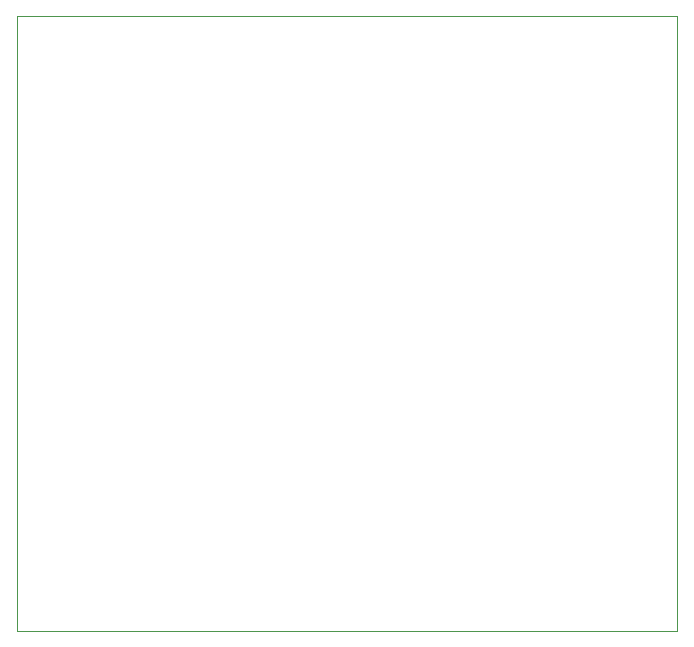
<source format=gbr>
G04 (created by PCBNEW (22-Jun-2014 BZR 4027)-stable) date Mon 16 Nov 2015 10:41:49 GMT*
%MOIN*%
G04 Gerber Fmt 3.4, Leading zero omitted, Abs format*
%FSLAX34Y34*%
G01*
G70*
G90*
G04 APERTURE LIST*
%ADD10C,0.00590551*%
%ADD11C,0.00393701*%
G04 APERTURE END LIST*
G54D10*
G54D11*
X96250Y-75250D02*
X96250Y-54750D01*
X74250Y-75250D02*
X96250Y-75250D01*
X74250Y-54750D02*
X74250Y-75250D01*
X96250Y-54750D02*
X74250Y-54750D01*
M02*

</source>
